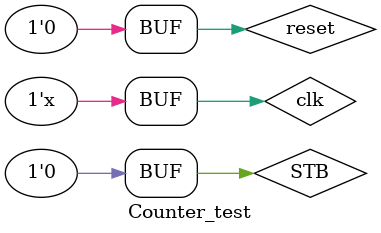
<source format=v>
`timescale 1ns / 1ps


module Counter_test;

	// Inputs
	reg clk;
	reg reset;
	reg STB;

	// Outputs
	wire [31:0] DAT_O;
	wire ACK;

	// Instantiate the Unit Under Test (UUT)
	Counter uut (
		.clk(clk), 
		.reset(reset), 
		.DAT_O(DAT_O), 
		.STB(STB), 
		.ACK(ACK)
	);

	initial begin
		// Initialize Inputs
		clk = 0;
		reset = 0;
		STB = 0;

		// Wait 100 ns for global reset to finish
		#100;
        
		// Add stimulus here 

	end
    
    always begin
        #1 clk = ~clk;
    end
      
endmodule


</source>
